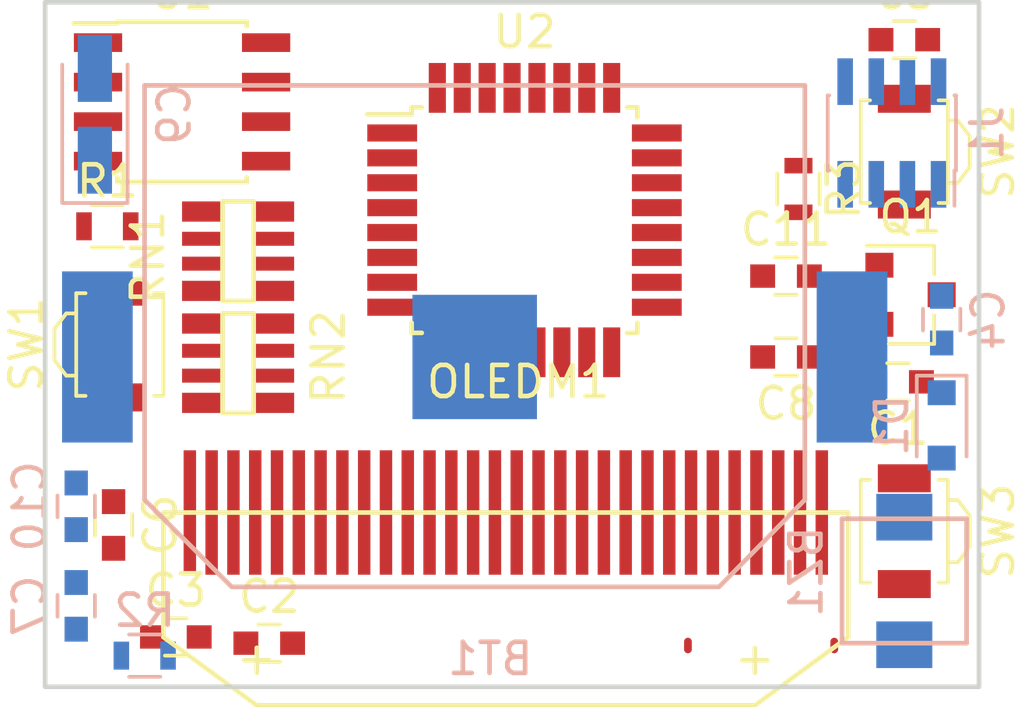
<source format=kicad_pcb>
(kicad_pcb (version 4) (host pcbnew 4.0.6)

  (general
    (links 93)
    (no_connects 93)
    (area 123.075 123.725 157.285715 151.075)
    (thickness 1.6)
    (drawings 4)
    (tracks 2)
    (zones 0)
    (modules 27)
    (nets 42)
  )

  (page A4)
  (layers
    (0 F.Cu signal)
    (31 B.Cu signal)
    (32 B.Adhes user)
    (33 F.Adhes user)
    (34 B.Paste user)
    (35 F.Paste user)
    (36 B.SilkS user)
    (37 F.SilkS user)
    (38 B.Mask user)
    (39 F.Mask user)
    (40 Dwgs.User user)
    (41 Cmts.User user)
    (42 Eco1.User user)
    (43 Eco2.User user)
    (44 Edge.Cuts user)
    (45 Margin user)
    (46 B.CrtYd user)
    (47 F.CrtYd user)
    (48 B.Fab user)
    (49 F.Fab user)
  )

  (setup
    (last_trace_width 0.25)
    (trace_clearance 0.2)
    (zone_clearance 0.508)
    (zone_45_only no)
    (trace_min 0.2)
    (segment_width 0.2)
    (edge_width 0.15)
    (via_size 0.6)
    (via_drill 0.4)
    (via_min_size 0.4)
    (via_min_drill 0.3)
    (uvia_size 0.3)
    (uvia_drill 0.1)
    (uvias_allowed no)
    (uvia_min_size 0.2)
    (uvia_min_drill 0.1)
    (pcb_text_width 0.3)
    (pcb_text_size 1.5 1.5)
    (mod_edge_width 0.15)
    (mod_text_size 1 1)
    (mod_text_width 0.15)
    (pad_size 1.524 1.524)
    (pad_drill 0.762)
    (pad_to_mask_clearance 0.2)
    (aux_axis_origin 0 0)
    (visible_elements 7FFC7F9F)
    (pcbplotparams
      (layerselection 0x00030_80000001)
      (usegerberextensions false)
      (excludeedgelayer true)
      (linewidth 0.100000)
      (plotframeref false)
      (viasonmask false)
      (mode 1)
      (useauxorigin false)
      (hpglpennumber 1)
      (hpglpenspeed 20)
      (hpglpendiameter 15)
      (hpglpenoverlay 2)
      (psnegative false)
      (psa4output false)
      (plotreference true)
      (plotvalue true)
      (plotinvisibletext false)
      (padsonsilk false)
      (subtractmaskfromsilk false)
      (outputformat 1)
      (mirror false)
      (drillshape 1)
      (scaleselection 1)
      (outputdirectory ""))
  )

  (net 0 "")
  (net 1 +3V3)
  (net 2 GND)
  (net 3 "Net-(C2-Pad1)")
  (net 4 "Net-(C2-Pad2)")
  (net 5 "Net-(C3-Pad1)")
  (net 6 "Net-(C3-Pad2)")
  (net 7 "Net-(C6-Pad1)")
  (net 8 "Net-(C7-Pad1)")
  (net 9 "Net-(C8-Pad1)")
  (net 10 "Net-(C11-Pad1)")
  (net 11 DTR)
  (net 12 MISO)
  (net 13 SCK)
  (net 14 MOSI)
  (net 15 RXD)
  (net 16 TXD)
  (net 17 "Net-(OLEDM1-Pad7)")
  (net 18 CS)
  (net 19 D9)
  (net 20 D8)
  (net 21 "Net-(OLEDM1-Pad20)")
  (net 22 "Net-(OLEDM1-Pad26)")
  (net 23 INT0)
  (net 24 SDA)
  (net 25 SCL)
  (net 26 PB0)
  (net 27 PB1)
  (net 28 PB2)
  (net 29 "Net-(U1-Pad1)")
  (net 30 INT1)
  (net 31 FS)
  (net 32 "Net-(U2-Pad7)")
  (net 33 "Net-(U2-Pad8)")
  (net 34 A6)
  (net 35 A7)
  (net 36 A1)
  (net 37 A2)
  (net 38 A3)
  (net 39 "Net-(BZ1-Pad2)")
  (net 40 SPKR)
  (net 41 "Net-(Q1-Pad2)")

  (net_class Default "This is the default net class."
    (clearance 0.2)
    (trace_width 0.25)
    (via_dia 0.6)
    (via_drill 0.4)
    (uvia_dia 0.3)
    (uvia_drill 0.1)
    (add_net +3V3)
    (add_net A1)
    (add_net A2)
    (add_net A3)
    (add_net A6)
    (add_net A7)
    (add_net CS)
    (add_net D8)
    (add_net D9)
    (add_net DTR)
    (add_net FS)
    (add_net GND)
    (add_net INT0)
    (add_net INT1)
    (add_net MISO)
    (add_net MOSI)
    (add_net "Net-(BZ1-Pad2)")
    (add_net "Net-(C11-Pad1)")
    (add_net "Net-(C2-Pad1)")
    (add_net "Net-(C2-Pad2)")
    (add_net "Net-(C3-Pad1)")
    (add_net "Net-(C3-Pad2)")
    (add_net "Net-(C6-Pad1)")
    (add_net "Net-(C7-Pad1)")
    (add_net "Net-(C8-Pad1)")
    (add_net "Net-(OLEDM1-Pad20)")
    (add_net "Net-(OLEDM1-Pad26)")
    (add_net "Net-(OLEDM1-Pad7)")
    (add_net "Net-(Q1-Pad2)")
    (add_net "Net-(U1-Pad1)")
    (add_net "Net-(U2-Pad7)")
    (add_net "Net-(U2-Pad8)")
    (add_net PB0)
    (add_net PB1)
    (add_net PB2)
    (add_net RXD)
    (add_net SCK)
    (add_net SCL)
    (add_net SDA)
    (add_net SPKR)
    (add_net TXD)
  )

  (module TO_SOT_Packages_SMD:SOT-23 (layer F.Cu) (tedit 58CE4E7E) (tstamp 599ED596)
    (at 152.8 134.4)
    (descr "SOT-23, Standard")
    (tags SOT-23)
    (path /59AE97F8)
    (attr smd)
    (fp_text reference Q1 (at 0 -2.5) (layer F.SilkS)
      (effects (font (size 1 1) (thickness 0.15)))
    )
    (fp_text value Q_NPN_CBE (at 0 2.5) (layer F.Fab)
      (effects (font (size 1 1) (thickness 0.15)))
    )
    (fp_text user %R (at 0 0 90) (layer F.Fab)
      (effects (font (size 0.5 0.5) (thickness 0.075)))
    )
    (fp_line (start -0.7 -0.95) (end -0.7 1.5) (layer F.Fab) (width 0.1))
    (fp_line (start -0.15 -1.52) (end 0.7 -1.52) (layer F.Fab) (width 0.1))
    (fp_line (start -0.7 -0.95) (end -0.15 -1.52) (layer F.Fab) (width 0.1))
    (fp_line (start 0.7 -1.52) (end 0.7 1.52) (layer F.Fab) (width 0.1))
    (fp_line (start -0.7 1.52) (end 0.7 1.52) (layer F.Fab) (width 0.1))
    (fp_line (start 0.76 1.58) (end 0.76 0.65) (layer F.SilkS) (width 0.12))
    (fp_line (start 0.76 -1.58) (end 0.76 -0.65) (layer F.SilkS) (width 0.12))
    (fp_line (start -1.7 -1.75) (end 1.7 -1.75) (layer F.CrtYd) (width 0.05))
    (fp_line (start 1.7 -1.75) (end 1.7 1.75) (layer F.CrtYd) (width 0.05))
    (fp_line (start 1.7 1.75) (end -1.7 1.75) (layer F.CrtYd) (width 0.05))
    (fp_line (start -1.7 1.75) (end -1.7 -1.75) (layer F.CrtYd) (width 0.05))
    (fp_line (start 0.76 -1.58) (end -1.4 -1.58) (layer F.SilkS) (width 0.12))
    (fp_line (start 0.76 1.58) (end -0.7 1.58) (layer F.SilkS) (width 0.12))
    (pad 1 smd rect (at -1 -0.95) (size 0.9 0.8) (layers F.Cu F.Paste F.Mask)
      (net 39 "Net-(BZ1-Pad2)"))
    (pad 2 smd rect (at -1 0.95) (size 0.9 0.8) (layers F.Cu F.Paste F.Mask)
      (net 41 "Net-(Q1-Pad2)"))
    (pad 3 smd rect (at 1 0) (size 0.9 0.8) (layers F.Cu F.Paste F.Mask)
      (net 2 GND))
    (model ${KISYS3DMOD}/TO_SOT_Packages_SMD.3dshapes/SOT-23.wrl
      (at (xyz 0 0 0))
      (scale (xyz 1 1 1))
      (rotate (xyz 0 0 0))
    )
  )

  (module Buttons_Switches_SMD:SW_SPST_B3U-3000P (layer F.Cu) (tedit 58724352) (tstamp 599ED5C8)
    (at 127.4 136 90)
    (descr "Ultra-small-sized Tactile Switch with High Contact Reliability, Side-actuated Model, without Ground Terminal, without Boss")
    (tags "Tactile Switch")
    (path /599EF38B)
    (attr smd)
    (fp_text reference SW1 (at 0 -3 90) (layer F.SilkS)
      (effects (font (size 1 1) (thickness 0.15)))
    )
    (fp_text value SW_Push (at 0 2.5 90) (layer F.Fab)
      (effects (font (size 1 1) (thickness 0.15)))
    )
    (fp_text user %R (at 0 -3 90) (layer F.Fab)
      (effects (font (size 1 1) (thickness 0.15)))
    )
    (fp_line (start -1.25 -1.65) (end -1.25 -2.35) (layer F.CrtYd) (width 0.05))
    (fp_line (start -1.25 -2.35) (end 1.25 -2.35) (layer F.CrtYd) (width 0.05))
    (fp_line (start 1.25 -2.35) (end 1.25 -1.65) (layer F.CrtYd) (width 0.05))
    (fp_line (start 1.25 -1.65) (end 2.4 -1.65) (layer F.CrtYd) (width 0.05))
    (fp_line (start -0.5 -2.1) (end -1 -1.72) (layer F.SilkS) (width 0.12))
    (fp_line (start -1 -1.72) (end -1 -1.4) (layer F.SilkS) (width 0.12))
    (fp_line (start -0.5 -2.1) (end 0.5 -2.1) (layer F.SilkS) (width 0.12))
    (fp_line (start 0.5 -2.1) (end 1 -1.72) (layer F.SilkS) (width 0.12))
    (fp_line (start 1 -1.72) (end 1 -1.4) (layer F.SilkS) (width 0.12))
    (fp_line (start -0.85 -1.25) (end -0.85 -1.65) (layer F.Fab) (width 0.1))
    (fp_line (start -0.85 -1.65) (end -0.45 -1.95) (layer F.Fab) (width 0.1))
    (fp_line (start -0.45 -1.95) (end 0.45 -1.95) (layer F.Fab) (width 0.1))
    (fp_line (start 0.45 -1.95) (end 0.85 -1.65) (layer F.Fab) (width 0.1))
    (fp_line (start 0.85 -1.65) (end 0.85 -1.25) (layer F.Fab) (width 0.1))
    (fp_line (start -1.65 1.4) (end 1.65 1.4) (layer F.SilkS) (width 0.12))
    (fp_line (start -2.4 1.65) (end 2.4 1.65) (layer F.CrtYd) (width 0.05))
    (fp_line (start 2.4 1.65) (end 2.4 -1.65) (layer F.CrtYd) (width 0.05))
    (fp_line (start -1.25 -1.65) (end -2.4 -1.65) (layer F.CrtYd) (width 0.05))
    (fp_line (start -2.4 -1.65) (end -2.4 1.65) (layer F.CrtYd) (width 0.05))
    (fp_line (start -1.65 1.1) (end -1.65 1.4) (layer F.SilkS) (width 0.12))
    (fp_line (start 1.65 1.4) (end 1.65 1.1) (layer F.SilkS) (width 0.12))
    (fp_line (start -1.65 -1.1) (end -1.65 -1.4) (layer F.SilkS) (width 0.12))
    (fp_line (start -1.65 -1.4) (end 1.65 -1.4) (layer F.SilkS) (width 0.12))
    (fp_line (start 1.65 -1.4) (end 1.65 -1.1) (layer F.SilkS) (width 0.12))
    (fp_line (start -1.5 -1.25) (end 1.5 -1.25) (layer F.Fab) (width 0.1))
    (fp_line (start 1.5 -1.25) (end 1.5 1.25) (layer F.Fab) (width 0.1))
    (fp_line (start 1.5 1.25) (end -1.5 1.25) (layer F.Fab) (width 0.1))
    (fp_line (start -1.5 1.25) (end -1.5 -1.25) (layer F.Fab) (width 0.1))
    (pad 1 smd rect (at -1.7 0 90) (size 0.9 1.7) (layers F.Cu F.Paste F.Mask)
      (net 26 PB0))
    (pad 2 smd rect (at 1.7 0 90) (size 0.9 1.7) (layers F.Cu F.Paste F.Mask)
      (net 1 +3V3))
    (model ${KISYS3DMOD}/Buttons_Switches_SMD.3dshapes/SW_SPST_B3U-3000P.wrl
      (at (xyz 0 0 0))
      (scale (xyz 1 1 1))
      (rotate (xyz 0 0 0))
    )
  )

  (module Buttons_Switches_SMD:SW_SPST_B3U-3000P (layer F.Cu) (tedit 58724352) (tstamp 599ED5CE)
    (at 152.6 129.8 270)
    (descr "Ultra-small-sized Tactile Switch with High Contact Reliability, Side-actuated Model, without Ground Terminal, without Boss")
    (tags "Tactile Switch")
    (path /599EF38C)
    (attr smd)
    (fp_text reference SW2 (at 0 -3 270) (layer F.SilkS)
      (effects (font (size 1 1) (thickness 0.15)))
    )
    (fp_text value SW_Push (at 0 2.5 270) (layer F.Fab)
      (effects (font (size 1 1) (thickness 0.15)))
    )
    (fp_text user %R (at 0 -3 270) (layer F.Fab)
      (effects (font (size 1 1) (thickness 0.15)))
    )
    (fp_line (start -1.25 -1.65) (end -1.25 -2.35) (layer F.CrtYd) (width 0.05))
    (fp_line (start -1.25 -2.35) (end 1.25 -2.35) (layer F.CrtYd) (width 0.05))
    (fp_line (start 1.25 -2.35) (end 1.25 -1.65) (layer F.CrtYd) (width 0.05))
    (fp_line (start 1.25 -1.65) (end 2.4 -1.65) (layer F.CrtYd) (width 0.05))
    (fp_line (start -0.5 -2.1) (end -1 -1.72) (layer F.SilkS) (width 0.12))
    (fp_line (start -1 -1.72) (end -1 -1.4) (layer F.SilkS) (width 0.12))
    (fp_line (start -0.5 -2.1) (end 0.5 -2.1) (layer F.SilkS) (width 0.12))
    (fp_line (start 0.5 -2.1) (end 1 -1.72) (layer F.SilkS) (width 0.12))
    (fp_line (start 1 -1.72) (end 1 -1.4) (layer F.SilkS) (width 0.12))
    (fp_line (start -0.85 -1.25) (end -0.85 -1.65) (layer F.Fab) (width 0.1))
    (fp_line (start -0.85 -1.65) (end -0.45 -1.95) (layer F.Fab) (width 0.1))
    (fp_line (start -0.45 -1.95) (end 0.45 -1.95) (layer F.Fab) (width 0.1))
    (fp_line (start 0.45 -1.95) (end 0.85 -1.65) (layer F.Fab) (width 0.1))
    (fp_line (start 0.85 -1.65) (end 0.85 -1.25) (layer F.Fab) (width 0.1))
    (fp_line (start -1.65 1.4) (end 1.65 1.4) (layer F.SilkS) (width 0.12))
    (fp_line (start -2.4 1.65) (end 2.4 1.65) (layer F.CrtYd) (width 0.05))
    (fp_line (start 2.4 1.65) (end 2.4 -1.65) (layer F.CrtYd) (width 0.05))
    (fp_line (start -1.25 -1.65) (end -2.4 -1.65) (layer F.CrtYd) (width 0.05))
    (fp_line (start -2.4 -1.65) (end -2.4 1.65) (layer F.CrtYd) (width 0.05))
    (fp_line (start -1.65 1.1) (end -1.65 1.4) (layer F.SilkS) (width 0.12))
    (fp_line (start 1.65 1.4) (end 1.65 1.1) (layer F.SilkS) (width 0.12))
    (fp_line (start -1.65 -1.1) (end -1.65 -1.4) (layer F.SilkS) (width 0.12))
    (fp_line (start -1.65 -1.4) (end 1.65 -1.4) (layer F.SilkS) (width 0.12))
    (fp_line (start 1.65 -1.4) (end 1.65 -1.1) (layer F.SilkS) (width 0.12))
    (fp_line (start -1.5 -1.25) (end 1.5 -1.25) (layer F.Fab) (width 0.1))
    (fp_line (start 1.5 -1.25) (end 1.5 1.25) (layer F.Fab) (width 0.1))
    (fp_line (start 1.5 1.25) (end -1.5 1.25) (layer F.Fab) (width 0.1))
    (fp_line (start -1.5 1.25) (end -1.5 -1.25) (layer F.Fab) (width 0.1))
    (pad 1 smd rect (at -1.7 0 270) (size 0.9 1.7) (layers F.Cu F.Paste F.Mask)
      (net 27 PB1))
    (pad 2 smd rect (at 1.7 0 270) (size 0.9 1.7) (layers F.Cu F.Paste F.Mask)
      (net 1 +3V3))
    (model ${KISYS3DMOD}/Buttons_Switches_SMD.3dshapes/SW_SPST_B3U-3000P.wrl
      (at (xyz 0 0 0))
      (scale (xyz 1 1 1))
      (rotate (xyz 0 0 0))
    )
  )

  (module Buttons_Switches_SMD:SW_SPST_B3U-3000P (layer F.Cu) (tedit 58724352) (tstamp 599ED5D4)
    (at 152.6 142 270)
    (descr "Ultra-small-sized Tactile Switch with High Contact Reliability, Side-actuated Model, without Ground Terminal, without Boss")
    (tags "Tactile Switch")
    (path /599EF38D)
    (attr smd)
    (fp_text reference SW3 (at 0 -3 270) (layer F.SilkS)
      (effects (font (size 1 1) (thickness 0.15)))
    )
    (fp_text value SW_Push (at 0 2.5 270) (layer F.Fab)
      (effects (font (size 1 1) (thickness 0.15)))
    )
    (fp_text user %R (at 0 -3 270) (layer F.Fab)
      (effects (font (size 1 1) (thickness 0.15)))
    )
    (fp_line (start -1.25 -1.65) (end -1.25 -2.35) (layer F.CrtYd) (width 0.05))
    (fp_line (start -1.25 -2.35) (end 1.25 -2.35) (layer F.CrtYd) (width 0.05))
    (fp_line (start 1.25 -2.35) (end 1.25 -1.65) (layer F.CrtYd) (width 0.05))
    (fp_line (start 1.25 -1.65) (end 2.4 -1.65) (layer F.CrtYd) (width 0.05))
    (fp_line (start -0.5 -2.1) (end -1 -1.72) (layer F.SilkS) (width 0.12))
    (fp_line (start -1 -1.72) (end -1 -1.4) (layer F.SilkS) (width 0.12))
    (fp_line (start -0.5 -2.1) (end 0.5 -2.1) (layer F.SilkS) (width 0.12))
    (fp_line (start 0.5 -2.1) (end 1 -1.72) (layer F.SilkS) (width 0.12))
    (fp_line (start 1 -1.72) (end 1 -1.4) (layer F.SilkS) (width 0.12))
    (fp_line (start -0.85 -1.25) (end -0.85 -1.65) (layer F.Fab) (width 0.1))
    (fp_line (start -0.85 -1.65) (end -0.45 -1.95) (layer F.Fab) (width 0.1))
    (fp_line (start -0.45 -1.95) (end 0.45 -1.95) (layer F.Fab) (width 0.1))
    (fp_line (start 0.45 -1.95) (end 0.85 -1.65) (layer F.Fab) (width 0.1))
    (fp_line (start 0.85 -1.65) (end 0.85 -1.25) (layer F.Fab) (width 0.1))
    (fp_line (start -1.65 1.4) (end 1.65 1.4) (layer F.SilkS) (width 0.12))
    (fp_line (start -2.4 1.65) (end 2.4 1.65) (layer F.CrtYd) (width 0.05))
    (fp_line (start 2.4 1.65) (end 2.4 -1.65) (layer F.CrtYd) (width 0.05))
    (fp_line (start -1.25 -1.65) (end -2.4 -1.65) (layer F.CrtYd) (width 0.05))
    (fp_line (start -2.4 -1.65) (end -2.4 1.65) (layer F.CrtYd) (width 0.05))
    (fp_line (start -1.65 1.1) (end -1.65 1.4) (layer F.SilkS) (width 0.12))
    (fp_line (start 1.65 1.4) (end 1.65 1.1) (layer F.SilkS) (width 0.12))
    (fp_line (start -1.65 -1.1) (end -1.65 -1.4) (layer F.SilkS) (width 0.12))
    (fp_line (start -1.65 -1.4) (end 1.65 -1.4) (layer F.SilkS) (width 0.12))
    (fp_line (start 1.65 -1.4) (end 1.65 -1.1) (layer F.SilkS) (width 0.12))
    (fp_line (start -1.5 -1.25) (end 1.5 -1.25) (layer F.Fab) (width 0.1))
    (fp_line (start 1.5 -1.25) (end 1.5 1.25) (layer F.Fab) (width 0.1))
    (fp_line (start 1.5 1.25) (end -1.5 1.25) (layer F.Fab) (width 0.1))
    (fp_line (start -1.5 1.25) (end -1.5 -1.25) (layer F.Fab) (width 0.1))
    (pad 1 smd rect (at -1.7 0 270) (size 0.9 1.7) (layers F.Cu F.Paste F.Mask)
      (net 28 PB2))
    (pad 2 smd rect (at 1.7 0 270) (size 0.9 1.7) (layers F.Cu F.Paste F.Mask)
      (net 1 +3V3))
    (model ${KISYS3DMOD}/Buttons_Switches_SMD.3dshapes/SW_SPST_B3U-3000P.wrl
      (at (xyz 0 0 0))
      (scale (xyz 1 1 1))
      (rotate (xyz 0 0 0))
    )
  )

  (module Housings_SOIC:SOIC-8_3.9x4.9mm_Pitch1.27mm (layer F.Cu) (tedit 58CD0CDA) (tstamp 599ED5E0)
    (at 129.4 128.2)
    (descr "8-Lead Plastic Small Outline (SN) - Narrow, 3.90 mm Body [SOIC] (see Microchip Packaging Specification 00000049BS.pdf)")
    (tags "SOIC 1.27")
    (path /599EF3A1)
    (attr smd)
    (fp_text reference U1 (at 0 -3.5) (layer F.SilkS)
      (effects (font (size 1 1) (thickness 0.15)))
    )
    (fp_text value DS3231MZ (at 0 3.5) (layer F.Fab)
      (effects (font (size 1 1) (thickness 0.15)))
    )
    (fp_text user %R (at 0 0) (layer F.Fab)
      (effects (font (size 1 1) (thickness 0.15)))
    )
    (fp_line (start -0.95 -2.45) (end 1.95 -2.45) (layer F.Fab) (width 0.1))
    (fp_line (start 1.95 -2.45) (end 1.95 2.45) (layer F.Fab) (width 0.1))
    (fp_line (start 1.95 2.45) (end -1.95 2.45) (layer F.Fab) (width 0.1))
    (fp_line (start -1.95 2.45) (end -1.95 -1.45) (layer F.Fab) (width 0.1))
    (fp_line (start -1.95 -1.45) (end -0.95 -2.45) (layer F.Fab) (width 0.1))
    (fp_line (start -3.73 -2.7) (end -3.73 2.7) (layer F.CrtYd) (width 0.05))
    (fp_line (start 3.73 -2.7) (end 3.73 2.7) (layer F.CrtYd) (width 0.05))
    (fp_line (start -3.73 -2.7) (end 3.73 -2.7) (layer F.CrtYd) (width 0.05))
    (fp_line (start -3.73 2.7) (end 3.73 2.7) (layer F.CrtYd) (width 0.05))
    (fp_line (start -2.075 -2.575) (end -2.075 -2.525) (layer F.SilkS) (width 0.15))
    (fp_line (start 2.075 -2.575) (end 2.075 -2.43) (layer F.SilkS) (width 0.15))
    (fp_line (start 2.075 2.575) (end 2.075 2.43) (layer F.SilkS) (width 0.15))
    (fp_line (start -2.075 2.575) (end -2.075 2.43) (layer F.SilkS) (width 0.15))
    (fp_line (start -2.075 -2.575) (end 2.075 -2.575) (layer F.SilkS) (width 0.15))
    (fp_line (start -2.075 2.575) (end 2.075 2.575) (layer F.SilkS) (width 0.15))
    (fp_line (start -2.075 -2.525) (end -3.475 -2.525) (layer F.SilkS) (width 0.15))
    (pad 1 smd rect (at -2.7 -1.905) (size 1.55 0.6) (layers F.Cu F.Paste F.Mask)
      (net 29 "Net-(U1-Pad1)"))
    (pad 2 smd rect (at -2.7 -0.635) (size 1.55 0.6) (layers F.Cu F.Paste F.Mask)
      (net 2 GND))
    (pad 3 smd rect (at -2.7 0.635) (size 1.55 0.6) (layers F.Cu F.Paste F.Mask)
      (net 23 INT0))
    (pad 4 smd rect (at -2.7 1.905) (size 1.55 0.6) (layers F.Cu F.Paste F.Mask)
      (net 1 +3V3))
    (pad 5 smd rect (at 2.7 1.905) (size 1.55 0.6) (layers F.Cu F.Paste F.Mask)
      (net 2 GND))
    (pad 6 smd rect (at 2.7 0.635) (size 1.55 0.6) (layers F.Cu F.Paste F.Mask)
      (net 1 +3V3))
    (pad 7 smd rect (at 2.7 -0.635) (size 1.55 0.6) (layers F.Cu F.Paste F.Mask)
      (net 24 SDA))
    (pad 8 smd rect (at 2.7 -1.905) (size 1.55 0.6) (layers F.Cu F.Paste F.Mask)
      (net 25 SCL))
    (model ${KISYS3DMOD}/Housings_SOIC.3dshapes/SOIC-8_3.9x4.9mm_Pitch1.27mm.wrl
      (at (xyz 0 0 0))
      (scale (xyz 1 1 1))
      (rotate (xyz 0 0 0))
    )
  )

  (module Housings_QFP:TQFP-32_7x7mm_Pitch0.8mm (layer F.Cu) (tedit 58CC9A48) (tstamp 599ED604)
    (at 140.4 132)
    (descr "32-Lead Plastic Thin Quad Flatpack (PT) - 7x7x1.0 mm Body, 2.00 mm [TQFP] (see Microchip Packaging Specification 00000049BS.pdf)")
    (tags "QFP 0.8")
    (path /599EF371)
    (attr smd)
    (fp_text reference U2 (at 0 -6.05) (layer F.SilkS)
      (effects (font (size 1 1) (thickness 0.15)))
    )
    (fp_text value ATMEGA328P-AU (at 0 6.05) (layer F.Fab)
      (effects (font (size 1 1) (thickness 0.15)))
    )
    (fp_text user %R (at 0 0) (layer F.Fab)
      (effects (font (size 1 1) (thickness 0.15)))
    )
    (fp_line (start -2.5 -3.5) (end 3.5 -3.5) (layer F.Fab) (width 0.15))
    (fp_line (start 3.5 -3.5) (end 3.5 3.5) (layer F.Fab) (width 0.15))
    (fp_line (start 3.5 3.5) (end -3.5 3.5) (layer F.Fab) (width 0.15))
    (fp_line (start -3.5 3.5) (end -3.5 -2.5) (layer F.Fab) (width 0.15))
    (fp_line (start -3.5 -2.5) (end -2.5 -3.5) (layer F.Fab) (width 0.15))
    (fp_line (start -5.3 -5.3) (end -5.3 5.3) (layer F.CrtYd) (width 0.05))
    (fp_line (start 5.3 -5.3) (end 5.3 5.3) (layer F.CrtYd) (width 0.05))
    (fp_line (start -5.3 -5.3) (end 5.3 -5.3) (layer F.CrtYd) (width 0.05))
    (fp_line (start -5.3 5.3) (end 5.3 5.3) (layer F.CrtYd) (width 0.05))
    (fp_line (start -3.625 -3.625) (end -3.625 -3.4) (layer F.SilkS) (width 0.15))
    (fp_line (start 3.625 -3.625) (end 3.625 -3.3) (layer F.SilkS) (width 0.15))
    (fp_line (start 3.625 3.625) (end 3.625 3.3) (layer F.SilkS) (width 0.15))
    (fp_line (start -3.625 3.625) (end -3.625 3.3) (layer F.SilkS) (width 0.15))
    (fp_line (start -3.625 -3.625) (end -3.3 -3.625) (layer F.SilkS) (width 0.15))
    (fp_line (start -3.625 3.625) (end -3.3 3.625) (layer F.SilkS) (width 0.15))
    (fp_line (start 3.625 3.625) (end 3.3 3.625) (layer F.SilkS) (width 0.15))
    (fp_line (start 3.625 -3.625) (end 3.3 -3.625) (layer F.SilkS) (width 0.15))
    (fp_line (start -3.625 -3.4) (end -5.05 -3.4) (layer F.SilkS) (width 0.15))
    (pad 1 smd rect (at -4.25 -2.8) (size 1.6 0.55) (layers F.Cu F.Paste F.Mask)
      (net 30 INT1))
    (pad 2 smd rect (at -4.25 -2) (size 1.6 0.55) (layers F.Cu F.Paste F.Mask)
      (net 31 FS))
    (pad 3 smd rect (at -4.25 -1.2) (size 1.6 0.55) (layers F.Cu F.Paste F.Mask)
      (net 2 GND))
    (pad 4 smd rect (at -4.25 -0.4) (size 1.6 0.55) (layers F.Cu F.Paste F.Mask)
      (net 1 +3V3))
    (pad 5 smd rect (at -4.25 0.4) (size 1.6 0.55) (layers F.Cu F.Paste F.Mask)
      (net 2 GND))
    (pad 6 smd rect (at -4.25 1.2) (size 1.6 0.55) (layers F.Cu F.Paste F.Mask)
      (net 1 +3V3))
    (pad 7 smd rect (at -4.25 2) (size 1.6 0.55) (layers F.Cu F.Paste F.Mask)
      (net 32 "Net-(U2-Pad7)"))
    (pad 8 smd rect (at -4.25 2.8) (size 1.6 0.55) (layers F.Cu F.Paste F.Mask)
      (net 33 "Net-(U2-Pad8)"))
    (pad 9 smd rect (at -2.8 4.25 90) (size 1.6 0.55) (layers F.Cu F.Paste F.Mask)
      (net 26 PB0))
    (pad 10 smd rect (at -2 4.25 90) (size 1.6 0.55) (layers F.Cu F.Paste F.Mask)
      (net 27 PB1))
    (pad 11 smd rect (at -1.2 4.25 90) (size 1.6 0.55) (layers F.Cu F.Paste F.Mask)
      (net 28 PB2))
    (pad 12 smd rect (at -0.4 4.25 90) (size 1.6 0.55) (layers F.Cu F.Paste F.Mask)
      (net 20 D8))
    (pad 13 smd rect (at 0.4 4.25 90) (size 1.6 0.55) (layers F.Cu F.Paste F.Mask)
      (net 19 D9))
    (pad 14 smd rect (at 1.2 4.25 90) (size 1.6 0.55) (layers F.Cu F.Paste F.Mask)
      (net 18 CS))
    (pad 15 smd rect (at 2 4.25 90) (size 1.6 0.55) (layers F.Cu F.Paste F.Mask)
      (net 14 MOSI))
    (pad 16 smd rect (at 2.8 4.25 90) (size 1.6 0.55) (layers F.Cu F.Paste F.Mask)
      (net 12 MISO))
    (pad 17 smd rect (at 4.25 2.8) (size 1.6 0.55) (layers F.Cu F.Paste F.Mask)
      (net 13 SCK))
    (pad 18 smd rect (at 4.25 2) (size 1.6 0.55) (layers F.Cu F.Paste F.Mask)
      (net 1 +3V3))
    (pad 19 smd rect (at 4.25 1.2) (size 1.6 0.55) (layers F.Cu F.Paste F.Mask)
      (net 34 A6))
    (pad 20 smd rect (at 4.25 0.4) (size 1.6 0.55) (layers F.Cu F.Paste F.Mask)
      (net 9 "Net-(C8-Pad1)"))
    (pad 21 smd rect (at 4.25 -0.4) (size 1.6 0.55) (layers F.Cu F.Paste F.Mask)
      (net 2 GND))
    (pad 22 smd rect (at 4.25 -1.2) (size 1.6 0.55) (layers F.Cu F.Paste F.Mask)
      (net 35 A7))
    (pad 23 smd rect (at 4.25 -2) (size 1.6 0.55) (layers F.Cu F.Paste F.Mask)
      (net 40 SPKR))
    (pad 24 smd rect (at 4.25 -2.8) (size 1.6 0.55) (layers F.Cu F.Paste F.Mask)
      (net 36 A1))
    (pad 25 smd rect (at 2.8 -4.25 90) (size 1.6 0.55) (layers F.Cu F.Paste F.Mask)
      (net 37 A2))
    (pad 26 smd rect (at 2 -4.25 90) (size 1.6 0.55) (layers F.Cu F.Paste F.Mask)
      (net 38 A3))
    (pad 27 smd rect (at 1.2 -4.25 90) (size 1.6 0.55) (layers F.Cu F.Paste F.Mask)
      (net 24 SDA))
    (pad 28 smd rect (at 0.4 -4.25 90) (size 1.6 0.55) (layers F.Cu F.Paste F.Mask)
      (net 25 SCL))
    (pad 29 smd rect (at -0.4 -4.25 90) (size 1.6 0.55) (layers F.Cu F.Paste F.Mask)
      (net 10 "Net-(C11-Pad1)"))
    (pad 30 smd rect (at -1.2 -4.25 90) (size 1.6 0.55) (layers F.Cu F.Paste F.Mask)
      (net 15 RXD))
    (pad 31 smd rect (at -2 -4.25 90) (size 1.6 0.55) (layers F.Cu F.Paste F.Mask)
      (net 16 TXD))
    (pad 32 smd rect (at -2.8 -4.25 90) (size 1.6 0.55) (layers F.Cu F.Paste F.Mask)
      (net 23 INT0))
    (model ${KISYS3DMOD}/Housings_QFP.3dshapes/TQFP-32_7x7mm_Pitch0.8mm.wrl
      (at (xyz 0 0 0))
      (scale (xyz 1 1 1))
      (rotate (xyz 0 0 0))
    )
  )

  (module aw-1:EXB38V (layer F.Cu) (tedit 59A01F22) (tstamp 59A02171)
    (at 131.2 133 270)
    (path /599F64FD)
    (fp_text reference RN1 (at 0.2 2.9 270) (layer F.SilkS)
      (effects (font (size 1 1) (thickness 0.15)))
    )
    (fp_text value 10K (at 0.1 -2.75 270) (layer F.Fab)
      (effects (font (size 1 1) (thickness 0.15)))
    )
    (fp_line (start 1.6 -0.5) (end 1.6 0.5) (layer F.SilkS) (width 0.15))
    (fp_line (start 1.6 0.5) (end -1.6 0.5) (layer F.SilkS) (width 0.15))
    (fp_line (start -1.6 0.5) (end -1.6 -0.5) (layer F.SilkS) (width 0.15))
    (fp_line (start -1.6 -0.5) (end 1.6 -0.5) (layer F.SilkS) (width 0.15))
    (pad 7 smd rect (at -0.4 -1.15 270) (size 0.45 1.3) (layers F.Cu F.Paste F.Mask)
      (net 24 SDA))
    (pad 8 smd rect (at -1.275 -1.15 270) (size 0.65 1.3) (layers F.Cu F.Paste F.Mask)
      (net 10 "Net-(C11-Pad1)"))
    (pad 5 smd rect (at 1.275 -1.15 270) (size 0.65 1.3) (layers F.Cu F.Paste F.Mask))
    (pad 1 smd rect (at -1.275 1.15 270) (size 0.65 1.3) (layers F.Cu F.Paste F.Mask)
      (net 1 +3V3))
    (pad 4 smd rect (at 1.275 1.15 270) (size 0.65 1.3) (layers F.Cu F.Paste F.Mask))
    (pad 6 smd rect (at 0.4 -1.15 270) (size 0.45 1.3) (layers F.Cu F.Paste F.Mask)
      (net 25 SCL))
    (pad 2 smd rect (at -0.4 1.15 270) (size 0.45 1.3) (layers F.Cu F.Paste F.Mask)
      (net 1 +3V3))
    (pad 3 smd rect (at 0.4 1.15 270) (size 0.45 1.3) (layers F.Cu F.Paste F.Mask)
      (net 1 +3V3))
  )

  (module aw-1:EXB38V (layer F.Cu) (tedit 59A01F22) (tstamp 59A02180)
    (at 131.2 136.6 90)
    (path /599FD7C2)
    (fp_text reference RN2 (at 0.2 2.9 90) (layer F.SilkS)
      (effects (font (size 1 1) (thickness 0.15)))
    )
    (fp_text value 1K (at 0.1 -2.75 90) (layer F.Fab)
      (effects (font (size 1 1) (thickness 0.15)))
    )
    (fp_line (start 1.6 -0.5) (end 1.6 0.5) (layer F.SilkS) (width 0.15))
    (fp_line (start 1.6 0.5) (end -1.6 0.5) (layer F.SilkS) (width 0.15))
    (fp_line (start -1.6 0.5) (end -1.6 -0.5) (layer F.SilkS) (width 0.15))
    (fp_line (start -1.6 -0.5) (end 1.6 -0.5) (layer F.SilkS) (width 0.15))
    (pad 7 smd rect (at -0.4 -1.15 90) (size 0.45 1.3) (layers F.Cu F.Paste F.Mask)
      (net 2 GND))
    (pad 8 smd rect (at -1.275 -1.15 90) (size 0.65 1.3) (layers F.Cu F.Paste F.Mask)
      (net 2 GND))
    (pad 5 smd rect (at 1.275 -1.15 90) (size 0.65 1.3) (layers F.Cu F.Paste F.Mask))
    (pad 1 smd rect (at -1.275 1.15 90) (size 0.65 1.3) (layers F.Cu F.Paste F.Mask)
      (net 28 PB2))
    (pad 4 smd rect (at 1.275 1.15 90) (size 0.65 1.3) (layers F.Cu F.Paste F.Mask))
    (pad 6 smd rect (at 0.4 -1.15 90) (size 0.45 1.3) (layers F.Cu F.Paste F.Mask)
      (net 2 GND))
    (pad 2 smd rect (at -0.4 1.15 90) (size 0.45 1.3) (layers F.Cu F.Paste F.Mask)
      (net 27 PB1))
    (pad 3 smd rect (at 0.4 1.15 90) (size 0.45 1.3) (layers F.Cu F.Paste F.Mask)
      (net 26 PB0))
  )

  (module Pin_Headers:Pin_Header_Straight_2x04_Pitch1.00mm_SMD (layer B.Cu) (tedit 59899A68) (tstamp 59A5713A)
    (at 152.2 129.2 90)
    (descr "surface-mounted straight pin header, 2x04, 1.00mm pitch, double rows")
    (tags "Surface mounted pin header SMD 2x04 1.00mm double row")
    (path /59A56588)
    (attr smd)
    (fp_text reference J1 (at 0 3.06 90) (layer B.SilkS)
      (effects (font (size 1 1) (thickness 0.15)) (justify mirror))
    )
    (fp_text value ISP_FTDI (at 0 -3.06 90) (layer B.Fab)
      (effects (font (size 1 1) (thickness 0.15)) (justify mirror))
    )
    (fp_line (start 1.15 -2) (end -1.15 -2) (layer B.Fab) (width 0.1))
    (fp_line (start -0.8 2) (end 1.15 2) (layer B.Fab) (width 0.1))
    (fp_line (start -1.15 -2) (end -1.15 1.65) (layer B.Fab) (width 0.1))
    (fp_line (start -1.15 1.65) (end -0.8 2) (layer B.Fab) (width 0.1))
    (fp_line (start 1.15 2) (end 1.15 -2) (layer B.Fab) (width 0.1))
    (fp_line (start -1.15 1.65) (end -2.4 1.65) (layer B.Fab) (width 0.1))
    (fp_line (start -2.4 1.65) (end -2.4 1.35) (layer B.Fab) (width 0.1))
    (fp_line (start -2.4 1.35) (end -1.15 1.35) (layer B.Fab) (width 0.1))
    (fp_line (start 1.15 1.65) (end 2.4 1.65) (layer B.Fab) (width 0.1))
    (fp_line (start 2.4 1.65) (end 2.4 1.35) (layer B.Fab) (width 0.1))
    (fp_line (start 2.4 1.35) (end 1.15 1.35) (layer B.Fab) (width 0.1))
    (fp_line (start -1.15 0.65) (end -2.4 0.65) (layer B.Fab) (width 0.1))
    (fp_line (start -2.4 0.65) (end -2.4 0.35) (layer B.Fab) (width 0.1))
    (fp_line (start -2.4 0.35) (end -1.15 0.35) (layer B.Fab) (width 0.1))
    (fp_line (start 1.15 0.65) (end 2.4 0.65) (layer B.Fab) (width 0.1))
    (fp_line (start 2.4 0.65) (end 2.4 0.35) (layer B.Fab) (width 0.1))
    (fp_line (start 2.4 0.35) (end 1.15 0.35) (layer B.Fab) (width 0.1))
    (fp_line (start -1.15 -0.35) (end -2.4 -0.35) (layer B.Fab) (width 0.1))
    (fp_line (start -2.4 -0.35) (end -2.4 -0.65) (layer B.Fab) (width 0.1))
    (fp_line (start -2.4 -0.65) (end -1.15 -0.65) (layer B.Fab) (width 0.1))
    (fp_line (start 1.15 -0.35) (end 2.4 -0.35) (layer B.Fab) (width 0.1))
    (fp_line (start 2.4 -0.35) (end 2.4 -0.65) (layer B.Fab) (width 0.1))
    (fp_line (start 2.4 -0.65) (end 1.15 -0.65) (layer B.Fab) (width 0.1))
    (fp_line (start -1.15 -1.35) (end -2.4 -1.35) (layer B.Fab) (width 0.1))
    (fp_line (start -2.4 -1.35) (end -2.4 -1.65) (layer B.Fab) (width 0.1))
    (fp_line (start -2.4 -1.65) (end -1.15 -1.65) (layer B.Fab) (width 0.1))
    (fp_line (start 1.15 -1.35) (end 2.4 -1.35) (layer B.Fab) (width 0.1))
    (fp_line (start 2.4 -1.35) (end 2.4 -1.65) (layer B.Fab) (width 0.1))
    (fp_line (start 2.4 -1.65) (end 1.15 -1.65) (layer B.Fab) (width 0.1))
    (fp_line (start -1.21 2.06) (end 1.21 2.06) (layer B.SilkS) (width 0.12))
    (fp_line (start -1.21 -2.06) (end 1.21 -2.06) (layer B.SilkS) (width 0.12))
    (fp_line (start -2.34 2.01) (end -1.21 2.01) (layer B.SilkS) (width 0.12))
    (fp_line (start -1.21 2.06) (end -1.21 2.01) (layer B.SilkS) (width 0.12))
    (fp_line (start 1.21 2.06) (end 1.21 2.01) (layer B.SilkS) (width 0.12))
    (fp_line (start -1.21 -2.01) (end -1.21 -2.06) (layer B.SilkS) (width 0.12))
    (fp_line (start 1.21 -2.01) (end 1.21 -2.06) (layer B.SilkS) (width 0.12))
    (fp_line (start -3.4 2.5) (end -3.4 -2.5) (layer B.CrtYd) (width 0.05))
    (fp_line (start -3.4 -2.5) (end 3.4 -2.5) (layer B.CrtYd) (width 0.05))
    (fp_line (start 3.4 -2.5) (end 3.4 2.5) (layer B.CrtYd) (width 0.05))
    (fp_line (start 3.4 2.5) (end -3.4 2.5) (layer B.CrtYd) (width 0.05))
    (fp_text user %R (at 0 0 360) (layer B.Fab)
      (effects (font (size 1 1) (thickness 0.15)) (justify mirror))
    )
    (pad 1 smd rect (at -1.65 1.5 90) (size 1.5 0.5) (layers B.Cu B.Paste B.Mask)
      (net 12 MISO))
    (pad 2 smd rect (at 1.65 1.5 90) (size 1.5 0.5) (layers B.Cu B.Paste B.Mask)
      (net 1 +3V3))
    (pad 3 smd rect (at -1.65 0.5 90) (size 1.5 0.5) (layers B.Cu B.Paste B.Mask)
      (net 13 SCK))
    (pad 4 smd rect (at 1.65 0.5 90) (size 1.5 0.5) (layers B.Cu B.Paste B.Mask)
      (net 14 MOSI))
    (pad 5 smd rect (at -1.65 -0.5 90) (size 1.5 0.5) (layers B.Cu B.Paste B.Mask)
      (net 11 DTR))
    (pad 6 smd rect (at 1.65 -0.5 90) (size 1.5 0.5) (layers B.Cu B.Paste B.Mask)
      (net 2 GND))
    (pad 7 smd rect (at -1.65 -1.5 90) (size 1.5 0.5) (layers B.Cu B.Paste B.Mask)
      (net 15 RXD))
    (pad 8 smd rect (at 1.65 -1.5 90) (size 1.5 0.5) (layers B.Cu B.Paste B.Mask)
      (net 16 TXD))
    (model ${KISYS3DMOD}/Pin_Headers.3dshapes/Pin_Header_Straight_2x04_Pitch1.00mm_SMD.wrl
      (at (xyz 0 0 0))
      (scale (xyz 1 1 1))
      (rotate (xyz 0 0 0))
    )
  )

  (module Capacitors_Tantalum_SMD:CP_Tantalum_Case-A_EIA-3216-18_Wave (layer B.Cu) (tedit 58CC8C08) (tstamp 59A6BC25)
    (at 126.6 128.6 90)
    (descr "Tantalum capacitor, Case A, EIA 3216-18, 3.2x1.6x1.6mm, Wave soldering footprint")
    (tags "capacitor tantalum smd")
    (path /599EF37B)
    (attr smd)
    (fp_text reference C9 (at 0 2.55 90) (layer B.SilkS)
      (effects (font (size 1 1) (thickness 0.15)) (justify mirror))
    )
    (fp_text value 10uF (at 0 -2.55 90) (layer B.Fab)
      (effects (font (size 1 1) (thickness 0.15)) (justify mirror))
    )
    (fp_text user %R (at 0 0 90) (layer B.Fab)
      (effects (font (size 0.7 0.7) (thickness 0.105)) (justify mirror))
    )
    (fp_line (start -2.9 1.2) (end -2.9 -1.2) (layer B.CrtYd) (width 0.05))
    (fp_line (start -2.9 -1.2) (end 2.9 -1.2) (layer B.CrtYd) (width 0.05))
    (fp_line (start 2.9 -1.2) (end 2.9 1.2) (layer B.CrtYd) (width 0.05))
    (fp_line (start 2.9 1.2) (end -2.9 1.2) (layer B.CrtYd) (width 0.05))
    (fp_line (start -1.6 0.8) (end -1.6 -0.8) (layer B.Fab) (width 0.1))
    (fp_line (start -1.6 -0.8) (end 1.6 -0.8) (layer B.Fab) (width 0.1))
    (fp_line (start 1.6 -0.8) (end 1.6 0.8) (layer B.Fab) (width 0.1))
    (fp_line (start 1.6 0.8) (end -1.6 0.8) (layer B.Fab) (width 0.1))
    (fp_line (start -1.28 0.8) (end -1.28 -0.8) (layer B.Fab) (width 0.1))
    (fp_line (start -1.12 0.8) (end -1.12 -0.8) (layer B.Fab) (width 0.1))
    (fp_line (start -2.85 1.05) (end 1.6 1.05) (layer B.SilkS) (width 0.12))
    (fp_line (start -2.85 -1.05) (end 1.6 -1.05) (layer B.SilkS) (width 0.12))
    (fp_line (start -2.85 1.05) (end -2.85 -1.05) (layer B.SilkS) (width 0.12))
    (pad 1 smd rect (at -1.475 0 90) (size 2.15 1.1) (layers B.Cu B.Paste B.Mask)
      (net 1 +3V3))
    (pad 2 smd rect (at 1.475 0 90) (size 2.15 1.1) (layers B.Cu B.Paste B.Mask)
      (net 2 GND))
    (model Capacitors_Tantalum_SMD.3dshapes/CP_Tantalum_Case-A_EIA-3216-18.wrl
      (at (xyz 0 0 0))
      (scale (xyz 1 1 1))
      (rotate (xyz 0 0 0))
    )
  )

  (module Diodes_SMD:D_0805 (layer B.Cu) (tedit 590CE9A4) (tstamp 59A6BC38)
    (at 153.8 138.6 270)
    (descr "Diode SMD in 0805 package http://datasheets.avx.com/schottky.pdf")
    (tags "smd diode")
    (path /59A6BE5E)
    (attr smd)
    (fp_text reference D1 (at 0 1.6 270) (layer B.SilkS)
      (effects (font (size 1 1) (thickness 0.15)) (justify mirror))
    )
    (fp_text value D (at 0 -1.7 270) (layer B.Fab)
      (effects (font (size 1 1) (thickness 0.15)) (justify mirror))
    )
    (fp_text user %R (at 0 1.6 270) (layer B.Fab)
      (effects (font (size 1 1) (thickness 0.15)) (justify mirror))
    )
    (fp_line (start -1.6 0.8) (end -1.6 -0.8) (layer B.SilkS) (width 0.12))
    (fp_line (start -1.7 -0.88) (end -1.7 0.88) (layer B.CrtYd) (width 0.05))
    (fp_line (start 1.7 -0.88) (end -1.7 -0.88) (layer B.CrtYd) (width 0.05))
    (fp_line (start 1.7 0.88) (end 1.7 -0.88) (layer B.CrtYd) (width 0.05))
    (fp_line (start -1.7 0.88) (end 1.7 0.88) (layer B.CrtYd) (width 0.05))
    (fp_line (start 0.2 0) (end 0.4 0) (layer B.Fab) (width 0.1))
    (fp_line (start -0.1 0) (end -0.3 0) (layer B.Fab) (width 0.1))
    (fp_line (start -0.1 0.2) (end -0.1 -0.2) (layer B.Fab) (width 0.1))
    (fp_line (start 0.2 -0.2) (end 0.2 0.2) (layer B.Fab) (width 0.1))
    (fp_line (start -0.1 0) (end 0.2 -0.2) (layer B.Fab) (width 0.1))
    (fp_line (start 0.2 0.2) (end -0.1 0) (layer B.Fab) (width 0.1))
    (fp_line (start -1 -0.65) (end -1 0.65) (layer B.Fab) (width 0.1))
    (fp_line (start 1 -0.65) (end -1 -0.65) (layer B.Fab) (width 0.1))
    (fp_line (start 1 0.65) (end 1 -0.65) (layer B.Fab) (width 0.1))
    (fp_line (start -1 0.65) (end 1 0.65) (layer B.Fab) (width 0.1))
    (fp_line (start -1.6 -0.8) (end 1 -0.8) (layer B.SilkS) (width 0.12))
    (fp_line (start -1.6 0.8) (end 1 0.8) (layer B.SilkS) (width 0.12))
    (pad 1 smd rect (at -1.05 0 270) (size 0.8 0.9) (layers B.Cu B.Paste B.Mask)
      (net 1 +3V3))
    (pad 2 smd rect (at 1.05 0 270) (size 0.8 0.9) (layers B.Cu B.Paste B.Mask)
      (net 39 "Net-(BZ1-Pad2)"))
    (model ${KISYS3DMOD}/Diodes_SMD.3dshapes/D_0805.wrl
      (at (xyz 0 0 0))
      (scale (xyz 1 1 1))
      (rotate (xyz 0 0 0))
    )
  )

  (module aw-1:Buzzer_ST-0402S (layer B.Cu) (tedit 59A6BE87) (tstamp 59A6BC24)
    (at 152.6 143.6 90)
    (path /59A6D095)
    (fp_text reference BZ1 (at 0.3 -3.15 90) (layer B.SilkS)
      (effects (font (size 1 1) (thickness 0.15)) (justify mirror))
    )
    (fp_text value Buzzer (at -0.3 3.4 90) (layer B.Fab)
      (effects (font (size 1 1) (thickness 0.15)) (justify mirror))
    )
    (fp_line (start -2 2) (end 2 2) (layer B.SilkS) (width 0.15))
    (fp_line (start 2 2) (end 2 -2) (layer B.SilkS) (width 0.15))
    (fp_line (start 2 -2) (end -2 -2) (layer B.SilkS) (width 0.15))
    (fp_line (start -2 -2) (end -2 2) (layer B.SilkS) (width 0.15))
    (pad 1 smd rect (at -2.05 0 90) (size 1.5 1.8) (layers B.Cu B.Paste B.Mask)
      (net 1 +3V3))
    (pad 2 smd rect (at 2.05 0 90) (size 1.5 1.8) (layers B.Cu B.Paste B.Mask)
      (net 39 "Net-(BZ1-Pad2)"))
  )

  (module aw-1:Coin_Cell_Retainer_3034 (layer B.Cu) (tedit 59BBC132) (tstamp 59A02923)
    (at 138.8 136.4 180)
    (path /599EF37F)
    (fp_text reference BT1 (at -0.5 -9.7 180) (layer B.SilkS)
      (effects (font (size 1 1) (thickness 0.15)) (justify mirror))
    )
    (fp_text value Battery_Cell (at -0.55 10.6 180) (layer B.Fab)
      (effects (font (size 1 1) (thickness 0.15)) (justify mirror))
    )
    (fp_line (start -10.605 -4.59) (end -7.85 -7.39) (layer B.SilkS) (width 0.15))
    (fp_line (start 10.605 -4.59) (end 7.805 -7.39) (layer B.SilkS) (width 0.15))
    (fp_line (start 10.605 8.73) (end -10.605 8.73) (layer B.SilkS) (width 0.15))
    (fp_line (start 10.605 -4.59) (end 10.605 8.73) (layer B.SilkS) (width 0.15))
    (fp_line (start -10.605 -4.59) (end -10.605 8.73) (layer B.SilkS) (width 0.15))
    (fp_line (start 7.805 -7.39) (end -7.805 -7.39) (layer B.SilkS) (width 0.15))
    (pad 2 smd rect (at 0 0 180) (size 4 4) (layers B.Cu B.Paste B.Mask)
      (net 2 GND))
    (pad 1 smd rect (at 12.12 0 180) (size 2.27 5.5) (layers B.Cu B.Paste B.Mask)
      (net 1 +3V3))
    (pad 1 smd rect (at -12.12 0 180) (size 2.27 5.5) (layers B.Cu B.Paste B.Mask)
      (net 1 +3V3))
  )

  (module Capacitors_SMD:C_0603 (layer F.Cu) (tedit 59958EE7) (tstamp 59C25EC1)
    (at 152.4 137.2 180)
    (descr "Capacitor SMD 0603, reflow soldering, AVX (see smccp.pdf)")
    (tags "capacitor 0603")
    (path /599EF3BC)
    (attr smd)
    (fp_text reference C1 (at 0 -1.5 180) (layer F.SilkS)
      (effects (font (size 1 1) (thickness 0.15)))
    )
    (fp_text value 1uF (at 0 1.5 180) (layer F.Fab)
      (effects (font (size 1 1) (thickness 0.15)))
    )
    (fp_line (start 1.4 0.65) (end -1.4 0.65) (layer F.CrtYd) (width 0.05))
    (fp_line (start 1.4 0.65) (end 1.4 -0.65) (layer F.CrtYd) (width 0.05))
    (fp_line (start -1.4 -0.65) (end -1.4 0.65) (layer F.CrtYd) (width 0.05))
    (fp_line (start -1.4 -0.65) (end 1.4 -0.65) (layer F.CrtYd) (width 0.05))
    (fp_line (start 0.35 0.6) (end -0.35 0.6) (layer F.SilkS) (width 0.12))
    (fp_line (start -0.35 -0.6) (end 0.35 -0.6) (layer F.SilkS) (width 0.12))
    (fp_line (start -0.8 -0.4) (end 0.8 -0.4) (layer F.Fab) (width 0.1))
    (fp_line (start 0.8 -0.4) (end 0.8 0.4) (layer F.Fab) (width 0.1))
    (fp_line (start 0.8 0.4) (end -0.8 0.4) (layer F.Fab) (width 0.1))
    (fp_line (start -0.8 0.4) (end -0.8 -0.4) (layer F.Fab) (width 0.1))
    (fp_text user %R (at 0 0 180) (layer F.Fab)
      (effects (font (size 0.3 0.3) (thickness 0.075)))
    )
    (pad 2 smd rect (at 0.75 0 180) (size 0.8 0.75) (layers F.Cu F.Paste F.Mask)
      (net 2 GND))
    (pad 1 smd rect (at -0.75 0 180) (size 0.8 0.75) (layers F.Cu F.Paste F.Mask)
      (net 1 +3V3))
    (model Capacitors_SMD.3dshapes/C_0603.wrl
      (at (xyz 0 0 0))
      (scale (xyz 1 1 1))
      (rotate (xyz 0 0 0))
    )
  )

  (module Capacitors_SMD:C_0603 (layer F.Cu) (tedit 59958EE7) (tstamp 59C25ED1)
    (at 132.2 145.6)
    (descr "Capacitor SMD 0603, reflow soldering, AVX (see smccp.pdf)")
    (tags "capacitor 0603")
    (path /599EF399)
    (attr smd)
    (fp_text reference C2 (at 0 -1.5) (layer F.SilkS)
      (effects (font (size 1 1) (thickness 0.15)))
    )
    (fp_text value 1uF (at 0 1.5) (layer F.Fab)
      (effects (font (size 1 1) (thickness 0.15)))
    )
    (fp_line (start 1.4 0.65) (end -1.4 0.65) (layer F.CrtYd) (width 0.05))
    (fp_line (start 1.4 0.65) (end 1.4 -0.65) (layer F.CrtYd) (width 0.05))
    (fp_line (start -1.4 -0.65) (end -1.4 0.65) (layer F.CrtYd) (width 0.05))
    (fp_line (start -1.4 -0.65) (end 1.4 -0.65) (layer F.CrtYd) (width 0.05))
    (fp_line (start 0.35 0.6) (end -0.35 0.6) (layer F.SilkS) (width 0.12))
    (fp_line (start -0.35 -0.6) (end 0.35 -0.6) (layer F.SilkS) (width 0.12))
    (fp_line (start -0.8 -0.4) (end 0.8 -0.4) (layer F.Fab) (width 0.1))
    (fp_line (start 0.8 -0.4) (end 0.8 0.4) (layer F.Fab) (width 0.1))
    (fp_line (start 0.8 0.4) (end -0.8 0.4) (layer F.Fab) (width 0.1))
    (fp_line (start -0.8 0.4) (end -0.8 -0.4) (layer F.Fab) (width 0.1))
    (fp_text user %R (at 0 0) (layer F.Fab)
      (effects (font (size 0.3 0.3) (thickness 0.075)))
    )
    (pad 2 smd rect (at 0.75 0) (size 0.8 0.75) (layers F.Cu F.Paste F.Mask)
      (net 4 "Net-(C2-Pad2)"))
    (pad 1 smd rect (at -0.75 0) (size 0.8 0.75) (layers F.Cu F.Paste F.Mask)
      (net 3 "Net-(C2-Pad1)"))
    (model Capacitors_SMD.3dshapes/C_0603.wrl
      (at (xyz 0 0 0))
      (scale (xyz 1 1 1))
      (rotate (xyz 0 0 0))
    )
  )

  (module Capacitors_SMD:C_0603 (layer F.Cu) (tedit 59958EE7) (tstamp 59C25EE1)
    (at 129.2 145.4)
    (descr "Capacitor SMD 0603, reflow soldering, AVX (see smccp.pdf)")
    (tags "capacitor 0603")
    (path /599EF398)
    (attr smd)
    (fp_text reference C3 (at 0 -1.5) (layer F.SilkS)
      (effects (font (size 1 1) (thickness 0.15)))
    )
    (fp_text value 1uF (at 0 1.5) (layer F.Fab)
      (effects (font (size 1 1) (thickness 0.15)))
    )
    (fp_line (start 1.4 0.65) (end -1.4 0.65) (layer F.CrtYd) (width 0.05))
    (fp_line (start 1.4 0.65) (end 1.4 -0.65) (layer F.CrtYd) (width 0.05))
    (fp_line (start -1.4 -0.65) (end -1.4 0.65) (layer F.CrtYd) (width 0.05))
    (fp_line (start -1.4 -0.65) (end 1.4 -0.65) (layer F.CrtYd) (width 0.05))
    (fp_line (start 0.35 0.6) (end -0.35 0.6) (layer F.SilkS) (width 0.12))
    (fp_line (start -0.35 -0.6) (end 0.35 -0.6) (layer F.SilkS) (width 0.12))
    (fp_line (start -0.8 -0.4) (end 0.8 -0.4) (layer F.Fab) (width 0.1))
    (fp_line (start 0.8 -0.4) (end 0.8 0.4) (layer F.Fab) (width 0.1))
    (fp_line (start 0.8 0.4) (end -0.8 0.4) (layer F.Fab) (width 0.1))
    (fp_line (start -0.8 0.4) (end -0.8 -0.4) (layer F.Fab) (width 0.1))
    (fp_text user %R (at 0 0) (layer F.Fab)
      (effects (font (size 0.3 0.3) (thickness 0.075)))
    )
    (pad 2 smd rect (at 0.75 0) (size 0.8 0.75) (layers F.Cu F.Paste F.Mask)
      (net 6 "Net-(C3-Pad2)"))
    (pad 1 smd rect (at -0.75 0) (size 0.8 0.75) (layers F.Cu F.Paste F.Mask)
      (net 5 "Net-(C3-Pad1)"))
    (model Capacitors_SMD.3dshapes/C_0603.wrl
      (at (xyz 0 0 0))
      (scale (xyz 1 1 1))
      (rotate (xyz 0 0 0))
    )
  )

  (module Capacitors_SMD:C_0603 (layer B.Cu) (tedit 59958EE7) (tstamp 59C25EF1)
    (at 153.8 135.2 90)
    (descr "Capacitor SMD 0603, reflow soldering, AVX (see smccp.pdf)")
    (tags "capacitor 0603")
    (path /599EF3BD)
    (attr smd)
    (fp_text reference C4 (at 0 1.5 90) (layer B.SilkS)
      (effects (font (size 1 1) (thickness 0.15)) (justify mirror))
    )
    (fp_text value 1uF (at 0 -1.5 90) (layer B.Fab)
      (effects (font (size 1 1) (thickness 0.15)) (justify mirror))
    )
    (fp_line (start 1.4 -0.65) (end -1.4 -0.65) (layer B.CrtYd) (width 0.05))
    (fp_line (start 1.4 -0.65) (end 1.4 0.65) (layer B.CrtYd) (width 0.05))
    (fp_line (start -1.4 0.65) (end -1.4 -0.65) (layer B.CrtYd) (width 0.05))
    (fp_line (start -1.4 0.65) (end 1.4 0.65) (layer B.CrtYd) (width 0.05))
    (fp_line (start 0.35 -0.6) (end -0.35 -0.6) (layer B.SilkS) (width 0.12))
    (fp_line (start -0.35 0.6) (end 0.35 0.6) (layer B.SilkS) (width 0.12))
    (fp_line (start -0.8 0.4) (end 0.8 0.4) (layer B.Fab) (width 0.1))
    (fp_line (start 0.8 0.4) (end 0.8 -0.4) (layer B.Fab) (width 0.1))
    (fp_line (start 0.8 -0.4) (end -0.8 -0.4) (layer B.Fab) (width 0.1))
    (fp_line (start -0.8 -0.4) (end -0.8 0.4) (layer B.Fab) (width 0.1))
    (fp_text user %R (at 0 0 90) (layer B.Fab)
      (effects (font (size 0.3 0.3) (thickness 0.075)) (justify mirror))
    )
    (pad 2 smd rect (at 0.75 0 90) (size 0.8 0.75) (layers B.Cu B.Paste B.Mask)
      (net 2 GND))
    (pad 1 smd rect (at -0.75 0 90) (size 0.8 0.75) (layers B.Cu B.Paste B.Mask)
      (net 1 +3V3))
    (model Capacitors_SMD.3dshapes/C_0603.wrl
      (at (xyz 0 0 0))
      (scale (xyz 1 1 1))
      (rotate (xyz 0 0 0))
    )
  )

  (module Capacitors_SMD:C_0603 (layer F.Cu) (tedit 59958EE7) (tstamp 59C25F01)
    (at 152.6 126.2)
    (descr "Capacitor SMD 0603, reflow soldering, AVX (see smccp.pdf)")
    (tags "capacitor 0603")
    (path /599EF3BE)
    (attr smd)
    (fp_text reference C5 (at 0 -1.5) (layer F.SilkS)
      (effects (font (size 1 1) (thickness 0.15)))
    )
    (fp_text value 0.1uF (at 0 1.5) (layer F.Fab)
      (effects (font (size 1 1) (thickness 0.15)))
    )
    (fp_line (start 1.4 0.65) (end -1.4 0.65) (layer F.CrtYd) (width 0.05))
    (fp_line (start 1.4 0.65) (end 1.4 -0.65) (layer F.CrtYd) (width 0.05))
    (fp_line (start -1.4 -0.65) (end -1.4 0.65) (layer F.CrtYd) (width 0.05))
    (fp_line (start -1.4 -0.65) (end 1.4 -0.65) (layer F.CrtYd) (width 0.05))
    (fp_line (start 0.35 0.6) (end -0.35 0.6) (layer F.SilkS) (width 0.12))
    (fp_line (start -0.35 -0.6) (end 0.35 -0.6) (layer F.SilkS) (width 0.12))
    (fp_line (start -0.8 -0.4) (end 0.8 -0.4) (layer F.Fab) (width 0.1))
    (fp_line (start 0.8 -0.4) (end 0.8 0.4) (layer F.Fab) (width 0.1))
    (fp_line (start 0.8 0.4) (end -0.8 0.4) (layer F.Fab) (width 0.1))
    (fp_line (start -0.8 0.4) (end -0.8 -0.4) (layer F.Fab) (width 0.1))
    (fp_text user %R (at 0 0) (layer F.Fab)
      (effects (font (size 0.3 0.3) (thickness 0.075)))
    )
    (pad 2 smd rect (at 0.75 0) (size 0.8 0.75) (layers F.Cu F.Paste F.Mask)
      (net 2 GND))
    (pad 1 smd rect (at -0.75 0) (size 0.8 0.75) (layers F.Cu F.Paste F.Mask)
      (net 1 +3V3))
    (model Capacitors_SMD.3dshapes/C_0603.wrl
      (at (xyz 0 0 0))
      (scale (xyz 1 1 1))
      (rotate (xyz 0 0 0))
    )
  )

  (module Capacitors_SMD:C_0603 (layer F.Cu) (tedit 59958EE7) (tstamp 59C25F11)
    (at 127.2 141.8 270)
    (descr "Capacitor SMD 0603, reflow soldering, AVX (see smccp.pdf)")
    (tags "capacitor 0603")
    (path /599EF39A)
    (attr smd)
    (fp_text reference C6 (at 0 -1.5 270) (layer F.SilkS)
      (effects (font (size 1 1) (thickness 0.15)))
    )
    (fp_text value 2.2uF (at 0 1.5 270) (layer F.Fab)
      (effects (font (size 1 1) (thickness 0.15)))
    )
    (fp_line (start 1.4 0.65) (end -1.4 0.65) (layer F.CrtYd) (width 0.05))
    (fp_line (start 1.4 0.65) (end 1.4 -0.65) (layer F.CrtYd) (width 0.05))
    (fp_line (start -1.4 -0.65) (end -1.4 0.65) (layer F.CrtYd) (width 0.05))
    (fp_line (start -1.4 -0.65) (end 1.4 -0.65) (layer F.CrtYd) (width 0.05))
    (fp_line (start 0.35 0.6) (end -0.35 0.6) (layer F.SilkS) (width 0.12))
    (fp_line (start -0.35 -0.6) (end 0.35 -0.6) (layer F.SilkS) (width 0.12))
    (fp_line (start -0.8 -0.4) (end 0.8 -0.4) (layer F.Fab) (width 0.1))
    (fp_line (start 0.8 -0.4) (end 0.8 0.4) (layer F.Fab) (width 0.1))
    (fp_line (start 0.8 0.4) (end -0.8 0.4) (layer F.Fab) (width 0.1))
    (fp_line (start -0.8 0.4) (end -0.8 -0.4) (layer F.Fab) (width 0.1))
    (fp_text user %R (at 0 0 270) (layer F.Fab)
      (effects (font (size 0.3 0.3) (thickness 0.075)))
    )
    (pad 2 smd rect (at 0.75 0 270) (size 0.8 0.75) (layers F.Cu F.Paste F.Mask)
      (net 2 GND))
    (pad 1 smd rect (at -0.75 0 270) (size 0.8 0.75) (layers F.Cu F.Paste F.Mask)
      (net 7 "Net-(C6-Pad1)"))
    (model Capacitors_SMD.3dshapes/C_0603.wrl
      (at (xyz 0 0 0))
      (scale (xyz 1 1 1))
      (rotate (xyz 0 0 0))
    )
  )

  (module Capacitors_SMD:C_0603 (layer B.Cu) (tedit 59958EE7) (tstamp 59C25F21)
    (at 126 144.4 270)
    (descr "Capacitor SMD 0603, reflow soldering, AVX (see smccp.pdf)")
    (tags "capacitor 0603")
    (path /599EF39B)
    (attr smd)
    (fp_text reference C7 (at 0 1.5 270) (layer B.SilkS)
      (effects (font (size 1 1) (thickness 0.15)) (justify mirror))
    )
    (fp_text value 4.7uF (at 0 -1.5 270) (layer B.Fab)
      (effects (font (size 1 1) (thickness 0.15)) (justify mirror))
    )
    (fp_line (start 1.4 -0.65) (end -1.4 -0.65) (layer B.CrtYd) (width 0.05))
    (fp_line (start 1.4 -0.65) (end 1.4 0.65) (layer B.CrtYd) (width 0.05))
    (fp_line (start -1.4 0.65) (end -1.4 -0.65) (layer B.CrtYd) (width 0.05))
    (fp_line (start -1.4 0.65) (end 1.4 0.65) (layer B.CrtYd) (width 0.05))
    (fp_line (start 0.35 -0.6) (end -0.35 -0.6) (layer B.SilkS) (width 0.12))
    (fp_line (start -0.35 0.6) (end 0.35 0.6) (layer B.SilkS) (width 0.12))
    (fp_line (start -0.8 0.4) (end 0.8 0.4) (layer B.Fab) (width 0.1))
    (fp_line (start 0.8 0.4) (end 0.8 -0.4) (layer B.Fab) (width 0.1))
    (fp_line (start 0.8 -0.4) (end -0.8 -0.4) (layer B.Fab) (width 0.1))
    (fp_line (start -0.8 -0.4) (end -0.8 0.4) (layer B.Fab) (width 0.1))
    (fp_text user %R (at 0 0 270) (layer B.Fab)
      (effects (font (size 0.3 0.3) (thickness 0.075)) (justify mirror))
    )
    (pad 2 smd rect (at 0.75 0 270) (size 0.8 0.75) (layers B.Cu B.Paste B.Mask)
      (net 2 GND))
    (pad 1 smd rect (at -0.75 0 270) (size 0.8 0.75) (layers B.Cu B.Paste B.Mask)
      (net 8 "Net-(C7-Pad1)"))
    (model Capacitors_SMD.3dshapes/C_0603.wrl
      (at (xyz 0 0 0))
      (scale (xyz 1 1 1))
      (rotate (xyz 0 0 0))
    )
  )

  (module Capacitors_SMD:C_0603 (layer F.Cu) (tedit 59958EE7) (tstamp 59C25F31)
    (at 148.8 136.4 180)
    (descr "Capacitor SMD 0603, reflow soldering, AVX (see smccp.pdf)")
    (tags "capacitor 0603")
    (path /599EF373)
    (attr smd)
    (fp_text reference C8 (at 0 -1.5 180) (layer F.SilkS)
      (effects (font (size 1 1) (thickness 0.15)))
    )
    (fp_text value 0.1uF (at 0 1.5 180) (layer F.Fab)
      (effects (font (size 1 1) (thickness 0.15)))
    )
    (fp_line (start 1.4 0.65) (end -1.4 0.65) (layer F.CrtYd) (width 0.05))
    (fp_line (start 1.4 0.65) (end 1.4 -0.65) (layer F.CrtYd) (width 0.05))
    (fp_line (start -1.4 -0.65) (end -1.4 0.65) (layer F.CrtYd) (width 0.05))
    (fp_line (start -1.4 -0.65) (end 1.4 -0.65) (layer F.CrtYd) (width 0.05))
    (fp_line (start 0.35 0.6) (end -0.35 0.6) (layer F.SilkS) (width 0.12))
    (fp_line (start -0.35 -0.6) (end 0.35 -0.6) (layer F.SilkS) (width 0.12))
    (fp_line (start -0.8 -0.4) (end 0.8 -0.4) (layer F.Fab) (width 0.1))
    (fp_line (start 0.8 -0.4) (end 0.8 0.4) (layer F.Fab) (width 0.1))
    (fp_line (start 0.8 0.4) (end -0.8 0.4) (layer F.Fab) (width 0.1))
    (fp_line (start -0.8 0.4) (end -0.8 -0.4) (layer F.Fab) (width 0.1))
    (fp_text user %R (at 0 0 180) (layer F.Fab)
      (effects (font (size 0.3 0.3) (thickness 0.075)))
    )
    (pad 2 smd rect (at 0.75 0 180) (size 0.8 0.75) (layers F.Cu F.Paste F.Mask)
      (net 2 GND))
    (pad 1 smd rect (at -0.75 0 180) (size 0.8 0.75) (layers F.Cu F.Paste F.Mask)
      (net 9 "Net-(C8-Pad1)"))
    (model Capacitors_SMD.3dshapes/C_0603.wrl
      (at (xyz 0 0 0))
      (scale (xyz 1 1 1))
      (rotate (xyz 0 0 0))
    )
  )

  (module Capacitors_SMD:C_0603 (layer B.Cu) (tedit 59958EE7) (tstamp 59C25F41)
    (at 126 141.2 270)
    (descr "Capacitor SMD 0603, reflow soldering, AVX (see smccp.pdf)")
    (tags "capacitor 0603")
    (path /599EF37A)
    (attr smd)
    (fp_text reference C10 (at 0 1.5 270) (layer B.SilkS)
      (effects (font (size 1 1) (thickness 0.15)) (justify mirror))
    )
    (fp_text value 0.1uF (at 0 -1.5 270) (layer B.Fab)
      (effects (font (size 1 1) (thickness 0.15)) (justify mirror))
    )
    (fp_line (start 1.4 -0.65) (end -1.4 -0.65) (layer B.CrtYd) (width 0.05))
    (fp_line (start 1.4 -0.65) (end 1.4 0.65) (layer B.CrtYd) (width 0.05))
    (fp_line (start -1.4 0.65) (end -1.4 -0.65) (layer B.CrtYd) (width 0.05))
    (fp_line (start -1.4 0.65) (end 1.4 0.65) (layer B.CrtYd) (width 0.05))
    (fp_line (start 0.35 -0.6) (end -0.35 -0.6) (layer B.SilkS) (width 0.12))
    (fp_line (start -0.35 0.6) (end 0.35 0.6) (layer B.SilkS) (width 0.12))
    (fp_line (start -0.8 0.4) (end 0.8 0.4) (layer B.Fab) (width 0.1))
    (fp_line (start 0.8 0.4) (end 0.8 -0.4) (layer B.Fab) (width 0.1))
    (fp_line (start 0.8 -0.4) (end -0.8 -0.4) (layer B.Fab) (width 0.1))
    (fp_line (start -0.8 -0.4) (end -0.8 0.4) (layer B.Fab) (width 0.1))
    (fp_text user %R (at 0 0 270) (layer B.Fab)
      (effects (font (size 0.3 0.3) (thickness 0.075)) (justify mirror))
    )
    (pad 2 smd rect (at 0.75 0 270) (size 0.8 0.75) (layers B.Cu B.Paste B.Mask)
      (net 2 GND))
    (pad 1 smd rect (at -0.75 0 270) (size 0.8 0.75) (layers B.Cu B.Paste B.Mask)
      (net 1 +3V3))
    (model Capacitors_SMD.3dshapes/C_0603.wrl
      (at (xyz 0 0 0))
      (scale (xyz 1 1 1))
      (rotate (xyz 0 0 0))
    )
  )

  (module Capacitors_SMD:C_0603 (layer F.Cu) (tedit 59958EE7) (tstamp 59C25F51)
    (at 148.8 133.8)
    (descr "Capacitor SMD 0603, reflow soldering, AVX (see smccp.pdf)")
    (tags "capacitor 0603")
    (path /599EF377)
    (attr smd)
    (fp_text reference C11 (at 0 -1.5) (layer F.SilkS)
      (effects (font (size 1 1) (thickness 0.15)))
    )
    (fp_text value 0.1uF (at 0 1.5) (layer F.Fab)
      (effects (font (size 1 1) (thickness 0.15)))
    )
    (fp_line (start 1.4 0.65) (end -1.4 0.65) (layer F.CrtYd) (width 0.05))
    (fp_line (start 1.4 0.65) (end 1.4 -0.65) (layer F.CrtYd) (width 0.05))
    (fp_line (start -1.4 -0.65) (end -1.4 0.65) (layer F.CrtYd) (width 0.05))
    (fp_line (start -1.4 -0.65) (end 1.4 -0.65) (layer F.CrtYd) (width 0.05))
    (fp_line (start 0.35 0.6) (end -0.35 0.6) (layer F.SilkS) (width 0.12))
    (fp_line (start -0.35 -0.6) (end 0.35 -0.6) (layer F.SilkS) (width 0.12))
    (fp_line (start -0.8 -0.4) (end 0.8 -0.4) (layer F.Fab) (width 0.1))
    (fp_line (start 0.8 -0.4) (end 0.8 0.4) (layer F.Fab) (width 0.1))
    (fp_line (start 0.8 0.4) (end -0.8 0.4) (layer F.Fab) (width 0.1))
    (fp_line (start -0.8 0.4) (end -0.8 -0.4) (layer F.Fab) (width 0.1))
    (fp_text user %R (at 0 0) (layer F.Fab)
      (effects (font (size 0.3 0.3) (thickness 0.075)))
    )
    (pad 2 smd rect (at 0.75 0) (size 0.8 0.75) (layers F.Cu F.Paste F.Mask)
      (net 11 DTR))
    (pad 1 smd rect (at -0.75 0) (size 0.8 0.75) (layers F.Cu F.Paste F.Mask)
      (net 10 "Net-(C11-Pad1)"))
    (model Capacitors_SMD.3dshapes/C_0603.wrl
      (at (xyz 0 0 0))
      (scale (xyz 1 1 1))
      (rotate (xyz 0 0 0))
    )
  )

  (module Resistors_SMD:R_0603 (layer F.Cu) (tedit 58E0A804) (tstamp 59C25F61)
    (at 127 132.2)
    (descr "Resistor SMD 0603, reflow soldering, Vishay (see dcrcw.pdf)")
    (tags "resistor 0603")
    (path /599EF3B0)
    (attr smd)
    (fp_text reference R1 (at 0 -1.45) (layer F.SilkS)
      (effects (font (size 1 1) (thickness 0.15)))
    )
    (fp_text value 10K (at 0 1.5) (layer F.Fab)
      (effects (font (size 1 1) (thickness 0.15)))
    )
    (fp_text user %R (at 0 0) (layer F.Fab)
      (effects (font (size 0.4 0.4) (thickness 0.075)))
    )
    (fp_line (start -0.8 0.4) (end -0.8 -0.4) (layer F.Fab) (width 0.1))
    (fp_line (start 0.8 0.4) (end -0.8 0.4) (layer F.Fab) (width 0.1))
    (fp_line (start 0.8 -0.4) (end 0.8 0.4) (layer F.Fab) (width 0.1))
    (fp_line (start -0.8 -0.4) (end 0.8 -0.4) (layer F.Fab) (width 0.1))
    (fp_line (start 0.5 0.68) (end -0.5 0.68) (layer F.SilkS) (width 0.12))
    (fp_line (start -0.5 -0.68) (end 0.5 -0.68) (layer F.SilkS) (width 0.12))
    (fp_line (start -1.25 -0.7) (end 1.25 -0.7) (layer F.CrtYd) (width 0.05))
    (fp_line (start -1.25 -0.7) (end -1.25 0.7) (layer F.CrtYd) (width 0.05))
    (fp_line (start 1.25 0.7) (end 1.25 -0.7) (layer F.CrtYd) (width 0.05))
    (fp_line (start 1.25 0.7) (end -1.25 0.7) (layer F.CrtYd) (width 0.05))
    (pad 1 smd rect (at -0.75 0) (size 0.5 0.9) (layers F.Cu F.Paste F.Mask)
      (net 1 +3V3))
    (pad 2 smd rect (at 0.75 0) (size 0.5 0.9) (layers F.Cu F.Paste F.Mask)
      (net 23 INT0))
    (model ${KISYS3DMOD}/Resistors_SMD.3dshapes/R_0603.wrl
      (at (xyz 0 0 0))
      (scale (xyz 1 1 1))
      (rotate (xyz 0 0 0))
    )
  )

  (module Resistors_SMD:R_0603 (layer B.Cu) (tedit 58E0A804) (tstamp 59C25F71)
    (at 128.2 146 180)
    (descr "Resistor SMD 0603, reflow soldering, Vishay (see dcrcw.pdf)")
    (tags "resistor 0603")
    (path /599EF39C)
    (attr smd)
    (fp_text reference R2 (at 0 1.45 180) (layer B.SilkS)
      (effects (font (size 1 1) (thickness 0.15)) (justify mirror))
    )
    (fp_text value 390K (at 0 -1.5 180) (layer B.Fab)
      (effects (font (size 1 1) (thickness 0.15)) (justify mirror))
    )
    (fp_text user %R (at 0 0 180) (layer B.Fab)
      (effects (font (size 0.4 0.4) (thickness 0.075)) (justify mirror))
    )
    (fp_line (start -0.8 -0.4) (end -0.8 0.4) (layer B.Fab) (width 0.1))
    (fp_line (start 0.8 -0.4) (end -0.8 -0.4) (layer B.Fab) (width 0.1))
    (fp_line (start 0.8 0.4) (end 0.8 -0.4) (layer B.Fab) (width 0.1))
    (fp_line (start -0.8 0.4) (end 0.8 0.4) (layer B.Fab) (width 0.1))
    (fp_line (start 0.5 -0.68) (end -0.5 -0.68) (layer B.SilkS) (width 0.12))
    (fp_line (start -0.5 0.68) (end 0.5 0.68) (layer B.SilkS) (width 0.12))
    (fp_line (start -1.25 0.7) (end 1.25 0.7) (layer B.CrtYd) (width 0.05))
    (fp_line (start -1.25 0.7) (end -1.25 -0.7) (layer B.CrtYd) (width 0.05))
    (fp_line (start 1.25 -0.7) (end 1.25 0.7) (layer B.CrtYd) (width 0.05))
    (fp_line (start 1.25 -0.7) (end -1.25 -0.7) (layer B.CrtYd) (width 0.05))
    (pad 1 smd rect (at -0.75 0 180) (size 0.5 0.9) (layers B.Cu B.Paste B.Mask)
      (net 22 "Net-(OLEDM1-Pad26)"))
    (pad 2 smd rect (at 0.75 0 180) (size 0.5 0.9) (layers B.Cu B.Paste B.Mask)
      (net 2 GND))
    (model ${KISYS3DMOD}/Resistors_SMD.3dshapes/R_0603.wrl
      (at (xyz 0 0 0))
      (scale (xyz 1 1 1))
      (rotate (xyz 0 0 0))
    )
  )

  (module Resistors_SMD:R_0603 (layer F.Cu) (tedit 58E0A804) (tstamp 59C25F81)
    (at 149.2 131 270)
    (descr "Resistor SMD 0603, reflow soldering, Vishay (see dcrcw.pdf)")
    (tags "resistor 0603")
    (path /59A6BED9)
    (attr smd)
    (fp_text reference R3 (at 0 -1.45 270) (layer F.SilkS)
      (effects (font (size 1 1) (thickness 0.15)))
    )
    (fp_text value 180 (at 0 1.5 270) (layer F.Fab)
      (effects (font (size 1 1) (thickness 0.15)))
    )
    (fp_text user %R (at 0 0 270) (layer F.Fab)
      (effects (font (size 0.4 0.4) (thickness 0.075)))
    )
    (fp_line (start -0.8 0.4) (end -0.8 -0.4) (layer F.Fab) (width 0.1))
    (fp_line (start 0.8 0.4) (end -0.8 0.4) (layer F.Fab) (width 0.1))
    (fp_line (start 0.8 -0.4) (end 0.8 0.4) (layer F.Fab) (width 0.1))
    (fp_line (start -0.8 -0.4) (end 0.8 -0.4) (layer F.Fab) (width 0.1))
    (fp_line (start 0.5 0.68) (end -0.5 0.68) (layer F.SilkS) (width 0.12))
    (fp_line (start -0.5 -0.68) (end 0.5 -0.68) (layer F.SilkS) (width 0.12))
    (fp_line (start -1.25 -0.7) (end 1.25 -0.7) (layer F.CrtYd) (width 0.05))
    (fp_line (start -1.25 -0.7) (end -1.25 0.7) (layer F.CrtYd) (width 0.05))
    (fp_line (start 1.25 0.7) (end 1.25 -0.7) (layer F.CrtYd) (width 0.05))
    (fp_line (start 1.25 0.7) (end -1.25 0.7) (layer F.CrtYd) (width 0.05))
    (pad 1 smd rect (at -0.75 0 270) (size 0.5 0.9) (layers F.Cu F.Paste F.Mask)
      (net 41 "Net-(Q1-Pad2)"))
    (pad 2 smd rect (at 0.75 0 270) (size 0.5 0.9) (layers F.Cu F.Paste F.Mask)
      (net 40 SPKR))
    (model ${KISYS3DMOD}/Resistors_SMD.3dshapes/R_0603.wrl
      (at (xyz 0 0 0))
      (scale (xyz 1 1 1))
      (rotate (xyz 0 0 0))
    )
  )

  (module aw-1:SSD1306-FPC-foldover (layer F.Cu) (tedit 59C3B79E) (tstamp 59C3BCE3)
    (at 139.8 141.4 180)
    (path /599EF395)
    (fp_text reference OLEDM1 (at -0.4 4.2 180) (layer F.SilkS)
      (effects (font (size 1 1) (thickness 0.15)))
    )
    (fp_text value SSD1306 (at 0 -8.6 180) (layer F.Fab)
      (effects (font (size 1 1) (thickness 0.15)))
    )
    (fp_line (start -11 -4) (end -8 -6.2) (layer F.SilkS) (width 0.15))
    (fp_line (start -8 -6.2) (end 8 -6.2) (layer F.SilkS) (width 0.15))
    (fp_line (start 8 -6.2) (end 11 -4) (layer F.SilkS) (width 0.15))
    (fp_line (start -11 0) (end 11 0) (layer F.SilkS) (width 0.15))
    (fp_line (start -11 0) (end -11 -4) (layer F.SilkS) (width 0.15))
    (fp_line (start 11 -4) (end 11 0) (layer F.SilkS) (width 0.15))
    (fp_line (start -8.4 -4.75) (end -7.6 -4.75) (layer F.SilkS) (width 0.15))
    (fp_line (start -8 -4.35) (end -8 -5.15) (layer F.SilkS) (width 0.15))
    (fp_line (start 7.6 -4.75) (end 8.4 -4.75) (layer F.SilkS) (width 0.15))
    (fp_line (start 8 -4.35) (end 8 -5.15) (layer F.SilkS) (width 0.15))
    (pad 30 smd rect (at -10.15 0 180) (size 0.4 4) (layers F.Cu F.Paste F.Mask)
      (net 2 GND))
    (pad 29 smd rect (at -9.45 0 180) (size 0.4 4) (layers F.Cu F.Paste F.Mask)
      (net 2 GND))
    (pad 28 smd rect (at -8.75 0 180) (size 0.4 4) (layers F.Cu F.Paste F.Mask)
      (net 7 "Net-(C6-Pad1)"))
    (pad 27 smd rect (at -8.05 0 180) (size 0.4 4) (layers F.Cu F.Paste F.Mask)
      (net 8 "Net-(C7-Pad1)"))
    (pad 26 smd rect (at -7.35 0 180) (size 0.4 4) (layers F.Cu F.Paste F.Mask)
      (net 22 "Net-(OLEDM1-Pad26)"))
    (pad 25 smd rect (at -6.65 0 180) (size 0.4 4) (layers F.Cu F.Paste F.Mask)
      (net 2 GND))
    (pad 24 smd rect (at -5.95 0 180) (size 0.4 4) (layers F.Cu F.Paste F.Mask)
      (net 2 GND))
    (pad 23 smd rect (at -5.25 0 180) (size 0.4 4) (layers F.Cu F.Paste F.Mask)
      (net 2 GND))
    (pad 22 smd rect (at -4.55 0 180) (size 0.4 4) (layers F.Cu F.Paste F.Mask)
      (net 2 GND))
    (pad 21 smd rect (at -3.85 0 180) (size 0.4 4) (layers F.Cu F.Paste F.Mask)
      (net 2 GND))
    (pad 20 smd rect (at -3.15 0 180) (size 0.4 4) (layers F.Cu F.Paste F.Mask)
      (net 21 "Net-(OLEDM1-Pad20)"))
    (pad 19 smd rect (at -2.45 0 180) (size 0.4 4) (layers F.Cu F.Paste F.Mask)
      (net 14 MOSI))
    (pad 18 smd rect (at -1.75 0 180) (size 0.4 4) (layers F.Cu F.Paste F.Mask)
      (net 13 SCK))
    (pad 17 smd rect (at -1.05 0 180) (size 0.4 4) (layers F.Cu F.Paste F.Mask)
      (net 2 GND))
    (pad 16 smd rect (at -0.35 0 180) (size 0.4 4) (layers F.Cu F.Paste F.Mask)
      (net 2 GND))
    (pad 15 smd rect (at 0.35 0 180) (size 0.4 4) (layers F.Cu F.Paste F.Mask)
      (net 20 D8))
    (pad 14 smd rect (at 1.05 0 180) (size 0.4 4) (layers F.Cu F.Paste F.Mask)
      (net 19 D9))
    (pad 13 smd rect (at 1.75 0 180) (size 0.4 4) (layers F.Cu F.Paste F.Mask)
      (net 18 CS))
    (pad 12 smd rect (at 2.45 0 180) (size 0.4 4) (layers F.Cu F.Paste F.Mask)
      (net 2 GND))
    (pad 11 smd rect (at 3.15 0 180) (size 0.4 4) (layers F.Cu F.Paste F.Mask)
      (net 2 GND))
    (pad 10 smd rect (at 3.85 0 180) (size 0.4 4) (layers F.Cu F.Paste F.Mask)
      (net 2 GND))
    (pad 9 smd rect (at 4.55 0 180) (size 0.4 4) (layers F.Cu F.Paste F.Mask)
      (net 1 +3V3))
    (pad 8 smd rect (at 5.25 0 180) (size 0.4 4) (layers F.Cu F.Paste F.Mask)
      (net 2 GND))
    (pad 7 smd rect (at 5.95 0 180) (size 0.4 4) (layers F.Cu F.Paste F.Mask)
      (net 17 "Net-(OLEDM1-Pad7)"))
    (pad 6 smd rect (at 6.65 0 180) (size 0.4 4) (layers F.Cu F.Paste F.Mask)
      (net 1 +3V3))
    (pad 5 smd rect (at 7.35 0 180) (size 0.4 4) (layers F.Cu F.Paste F.Mask)
      (net 4 "Net-(C2-Pad2)"))
    (pad 4 smd rect (at 8.05 0 180) (size 0.4 4) (layers F.Cu F.Paste F.Mask)
      (net 3 "Net-(C2-Pad1)"))
    (pad 3 smd rect (at 8.75 0 180) (size 0.4 4) (layers F.Cu F.Paste F.Mask)
      (net 6 "Net-(C3-Pad2)"))
    (pad 2 smd rect (at 9.45 0 180) (size 0.4 4) (layers F.Cu F.Paste F.Mask)
      (net 5 "Net-(C3-Pad1)"))
    (pad 1 smd rect (at 10.15 0 180) (size 0.4 4) (layers F.Cu F.Paste F.Mask)
      (net 2 GND))
  )

  (gr_line (start 155 125) (end 125 125) (angle 90) (layer Edge.Cuts) (width 0.15))
  (gr_line (start 155 147) (end 155 125) (angle 90) (layer Edge.Cuts) (width 0.15))
  (gr_line (start 125 147) (end 155 147) (angle 90) (layer Edge.Cuts) (width 0.15))
  (gr_line (start 125 125) (end 125 147) (angle 90) (layer Edge.Cuts) (width 0.15))

  (segment (start 145.65 145.8) (end 145.65 145.55) (width 0.25) (layer F.Cu) (net 0))
  (segment (start 150.35 145.8) (end 150.35 145.55) (width 0.25) (layer F.Cu) (net 0))

)

</source>
